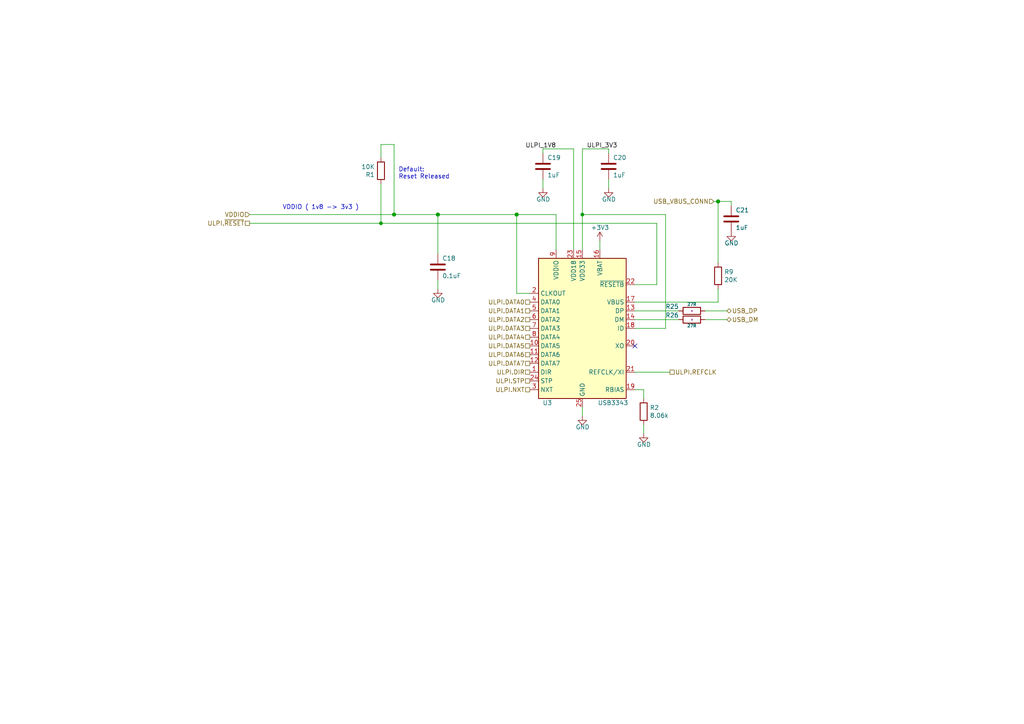
<source format=kicad_sch>
(kicad_sch (version 20231120) (generator "eeschema") (generator_version "8.0")
  (paper "A4")
  (lib_symbols
    (symbol "Device:C" (pin_numbers hide) (pin_names (offset 0.254))
      (property "Reference" "C" (at 0.635 2.54 0))
      (property "Value" "C" (at 0.635 -2.54 0))
      (symbol "C_0_1"
        (polyline (pts (xy -2.032 -0.762) (xy 2.032 -0.762)) (stroke (width 0.508)))
        (polyline (pts (xy -2.032 0.762) (xy 2.032 0.762)) (stroke (width 0.508)))
      )
      (symbol "C_1_1"
        (pin passive line (at 0 3.81 270) (length 2.794) (name "~") (number "1"))
        (pin passive line (at 0 -3.81 90) (length 2.794) (name "~") (number "2"))
      )
    )
    (symbol "Device:R" (pin_numbers hide) (pin_names (offset 0))
      (property "Reference" "R" (at 2.032 0 90))
      (property "Value" "R" (at 0 0 90))
      (symbol "R_0_1"
        (rectangle (start -1.016 -2.54) (end 1.016 2.54) (stroke (width 0.254)))
      )
      (symbol "R_1_1"
        (pin passive line (at 0 3.81 270) (length 1.27) (name "~") (number "1"))
        (pin passive line (at 0 -3.81 90) (length 1.27) (name "~") (number "2"))
      )
    )
    (symbol "Interface_USB:USB3343"
      (property "Reference" "U" (at 0 2.54 0))
      (property "Value" "USB3343" (at 0 0 0))
      (symbol "USB3343_0_1"
        (rectangle (start -12.7 20.32) (end 12.7 -20.32) (stroke (width 0.254)) (fill (type background)))
      )
      (symbol "USB3343_1_1"
        (pin output line (at 15.24 -12.7 180) (length 2.54) (name "DIR") (number "1"))
        (pin bidirectional line (at 15.24 -5.08 180) (length 2.54) (name "DATA5") (number "10"))
        (pin bidirectional line (at 15.24 -7.62 180) (length 2.54) (name "DATA6") (number "11"))
        (pin bidirectional line (at 15.24 -10.16 180) (length 2.54) (name "DATA7") (number "12"))
        (pin bidirectional line (at -15.24 5.08 0) (length 2.54) (name "DP") (number "13"))
        (pin bidirectional line (at -15.24 2.54 0) (length 2.54) (name "DM") (number "14"))
        (pin power_out line (at 0 22.86 270) (length 2.54) (name "VDD33") (number "15"))
        (pin power_in line (at -5.08 22.86 270) (length 2.54) (name "VBAT") (number "16"))
        (pin input line (at -15.24 7.62 0) (length 2.54) (name "VBUS") (number "17"))
        (pin input line (at -15.24 0 0) (length 2.54) (name "ID") (number "18"))
        (pin passive line (at -15.24 -17.78 0) (length 2.54) (name "RBIAS") (number "19"))
        (pin output line (at 15.24 10.16 180) (length 2.54) (name "CLKOUT") (number "2"))
        (pin output line (at -15.24 -5.08 0) (length 2.54) (name "XO") (number "20"))
        (pin input line (at -15.24 -12.7 0) (length 2.54) (name "REFCLK/XI") (number "21"))
        (pin input line (at -15.24 12.7 0) (length 2.54) (name "~{RESETB}") (number "22"))
        (pin power_out line (at 2.54 22.86 270) (length 2.54) (name "VDD18") (number "23"))
        (pin input line (at 15.24 -15.24 180) (length 2.54) (name "STP") (number "24"))
        (pin power_in line (at 0 -22.86 90) (length 2.54) (name "GND") (number "25"))
        (pin output line (at 15.24 -17.78 180) (length 2.54) (name "NXT") (number "3"))
        (pin bidirectional line (at 15.24 7.62 180) (length 2.54) (name "DATA0") (number "4"))
        (pin bidirectional line (at 15.24 5.08 180) (length 2.54) (name "DATA1") (number "5"))
        (pin bidirectional line (at 15.24 2.54 180) (length 2.54) (name "DATA2") (number "6"))
        (pin bidirectional line (at 15.24 0 180) (length 2.54) (name "DATA3") (number "7"))
        (pin bidirectional line (at 15.24 -2.54 180) (length 2.54) (name "DATA4") (number "8"))
        (pin power_in line (at 7.62 22.86 270) (length 2.54) (name "VDDIO") (number "9"))
      )
    )
    (symbol "OLIMEX_RCL:R" (pin_numbers hide) (pin_names (offset 0))
      (property "Reference" "R" (at 0 2.032 0))
      (property "Value" "R" (at 0 0 0))
      (symbol "R_0_1"
        (rectangle (start 2.54 -1.016) (end -2.54 1.016) (stroke (width 0.254)))
      )
      (symbol "R_1_1"
        (pin passive line (at -3.81 0 0) (length 1.27) (name "~") (number "1"))
        (pin passive line (at 3.81 0 180) (length 1.27) (name "~") (number "2"))
      )
    )
    (symbol "power:+3V3" (power) (pin_names (offset 0))
      (property "Value" "+3V3" (at 0 3.556 0))
      (symbol "+3V3_0_1"
        (polyline (pts (xy -0.762 1.27) (xy 0 2.54)))
        (polyline (pts (xy 0 0) (xy 0 2.54)))
        (polyline (pts (xy 0 2.54) (xy 0.762 1.27)))
      )
      (symbol "+3V3_1_1"
        (pin power_in line (at 0 0 90) (length 0) hide (name "+3V3") (number "1"))
      )
    )
    (symbol "power:GND" (power) (pin_names (offset 0))
      (property "Value" "GND" (at 0 -3.81 0))
      (symbol "GND_0_1"
        (polyline (pts (xy 0 0) (xy 0 -1.27) (xy 1.27 -1.27) (xy 0 -2.54) (xy -1.27 -1.27) (xy 0 -1.27)))
      )
      (symbol "GND_1_1"
        (pin power_in line (at 0 0 270) (length 0) hide (name "GND") (number "1"))
      )
    )
  )
  (junction (at 149.86 62.23) (diameter 1.016))
  (junction (at 114.3 62.23) (diameter 1.016))
  (junction (at 208.28 58.42) (diameter 1.016))
  (junction (at 127 62.23) (diameter 1.016))
  (junction (at 110.49 64.77))
  (junction (at 168.91 62.23))
  (no_connect (at 184.15 100.33))
  (wire (pts (xy 110.49 53.34) (xy 110.49 64.77)))
  (wire (pts (xy 114.3 62.23) (xy 127 62.23)))
  (wire (pts (xy 207.01 58.42) (xy 208.28 58.42)))
  (wire (pts (xy 127 62.23) (xy 127 73.66)))
  (wire (pts (xy 168.91 62.23) (xy 168.91 72.39)))
  (wire (pts (xy 184.15 107.95) (xy 194.31 107.95)))
  (wire (pts (xy 193.04 62.23) (xy 168.91 62.23)))
  (wire (pts (xy 184.15 87.63) (xy 208.28 87.63)))
  (wire (pts (xy 157.48 43.18) (xy 157.48 44.45)))
  (wire (pts (xy 204.47 92.71) (xy 210.82 92.71)))
  (wire (pts (xy 184.15 82.55) (xy 190.5 82.55)))
  (wire (pts (xy 114.3 41.91) (xy 114.3 62.23)))
  (wire (pts (xy 190.5 64.77) (xy 190.5 82.55)))
  (wire (pts (xy 208.28 58.42) (xy 212.09 58.42)))
  (wire (pts (xy 208.28 58.42) (xy 208.28 76.2)))
  (wire (pts (xy 186.69 123.19) (xy 186.69 125.73)))
  (wire (pts (xy 208.28 87.63) (xy 208.28 83.82)))
  (wire (pts (xy 127 83.82) (xy 127 81.28)))
  (wire (pts (xy 153.67 85.09) (xy 149.86 85.09)))
  (wire (pts (xy 72.39 64.77) (xy 110.49 64.77)))
  (wire (pts (xy 186.69 115.57) (xy 186.69 113.03)))
  (wire (pts (xy 176.53 43.18) (xy 168.91 43.18)))
  (wire (pts (xy 186.69 113.03) (xy 184.15 113.03)))
  (wire (pts (xy 149.86 62.23) (xy 149.86 85.09)))
  (wire (pts (xy 166.37 43.18) (xy 166.37 72.39)))
  (wire (pts (xy 193.04 95.25) (xy 193.04 62.23)))
  (wire (pts (xy 127 62.23) (xy 149.86 62.23)))
  (wire (pts (xy 184.15 92.71) (xy 196.85 92.71)))
  (wire (pts (xy 168.91 43.18) (xy 168.91 62.23)))
  (wire (pts (xy 204.47 90.17) (xy 210.82 90.17)))
  (wire (pts (xy 176.53 43.18) (xy 176.53 44.45)))
  (wire (pts (xy 166.37 43.18) (xy 157.48 43.18)))
  (wire (pts (xy 149.86 62.23) (xy 161.29 62.23)))
  (wire (pts (xy 173.99 69.85) (xy 173.99 72.39)))
  (wire (pts (xy 110.49 64.77) (xy 190.5 64.77)))
  (wire (pts (xy 157.48 54.61) (xy 157.48 52.07)))
  (wire (pts (xy 161.29 72.39) (xy 161.29 62.23)))
  (wire (pts (xy 72.39 62.23) (xy 114.3 62.23)))
  (wire (pts (xy 184.15 95.25) (xy 193.04 95.25)))
  (wire (pts (xy 110.49 41.91) (xy 114.3 41.91)))
  (wire (pts (xy 184.15 90.17) (xy 196.85 90.17)))
  (wire (pts (xy 176.53 54.61) (xy 176.53 52.07)))
  (wire (pts (xy 168.91 118.11) (xy 168.91 120.65)))
  (wire (pts (xy 110.49 45.72) (xy 110.49 41.91)))
  (wire (pts (xy 212.09 58.42) (xy 212.09 59.69)))
  (text "VDDIO ( 1v8 -> 3v3 )" (at 104.14 60.96 0) (effects (font (size 1.27 1.27)) (justify right bottom)))
  (text "Default: \nReset Released" (at 115.57 52.07 0) (effects (font (size 1.27 1.27)) (justify left bottom)))
  (label "ULPI_3V3" (at 170.18 43.18 0))
  (label "ULPI_1V8" (at 161.29 43.18 180))
  (hierarchical_label "USB_DP" (shape bidirectional) (at 210.82 90.17 0))
  (hierarchical_label "ULPI.STP" (shape passive) (at 153.67 110.49 180))
  (hierarchical_label "USB_DM" (shape bidirectional) (at 210.82 92.71 0))
  (hierarchical_label "ULPI.DATA0" (shape passive) (at 153.67 87.63 180))
  (hierarchical_label "ULPI.DATA3" (shape passive) (at 153.67 95.25 180))
  (hierarchical_label "ULPI.DATA7" (shape passive) (at 153.67 105.41 180))
  (hierarchical_label "ULPI.NXT" (shape passive) (at 153.67 113.03 180))
  (hierarchical_label "USB_VBUS_CONN" (shape input) (at 207.01 58.42 180))
  (hierarchical_label "ULPI.DATA1" (shape passive) (at 153.67 90.17 180))
  (hierarchical_label "ULPI.DIR" (shape passive) (at 153.67 107.95 180))
  (hierarchical_label "ULPI.DATA2" (shape passive) (at 153.67 92.71 180))
  (hierarchical_label "ULPI.REFCLK" (shape passive) (at 194.31 107.95 0))
  (hierarchical_label "ULPI.DATA6" (shape passive) (at 153.67 102.87 180))
  (hierarchical_label "ULPI.DATA5" (shape passive) (at 153.67 100.33 180))
  (hierarchical_label "ULPI.~{RESET}" (shape passive) (at 72.39 64.77 180))
  (hierarchical_label "VDDIO" (shape input) (at 72.39 62.23 180))
  (hierarchical_label "ULPI.DATA4" (shape passive) (at 153.67 97.79 180))
  (symbol (lib_id "power:GND") (at 157.48 54.61 0) (unit 1)
    (property "Reference" "#PWR03" (effects (hide yes)))
    (property "Value" "GND" (at 157.5562 57.8104 0))
  )
  (symbol (lib_id "power:GND") (at 176.53 54.61 0) (unit 1)
    (property "Reference" "#PWR012" (effects (hide yes)))
    (property "Value" "GND" (at 176.6062 57.8104 0))
  )
  (symbol (lib_id "Device:C") (at 176.53 48.26 0) (unit 1)
    (property "Reference" "C20" (at 177.8 45.72 0) (effects (justify left)))
    (property "Value" "1uF" (at 177.8 50.8 0) (effects (justify left)))
    (property "Footprint" "Capacitor_SMD:C_0402_1005Metric" (effects (hide yes)))
    (property "Mfg" "Yageo" (effects (hide yes)))
    (property "PN" "CC0402KRX5R6BB105" (effects (hide yes)))
    (property "lcsc#" "C52923" (effects (hide yes)))
  )
  (symbol (lib_id "Interface_USB:USB3343") (at 168.91 95.25 0) (mirror y) (unit 1)
    (property "Reference" "U3" (at 158.75 116.84 0))
    (property "Value" "USB3343" (at 177.8 116.84 0))
    (property "Footprint" "Package_DFN_QFN:QFN-24-1EP_4x4mm_P0.5mm_EP2.6x2.6mm" (effects (hide yes)))
    (property "Datasheet" "http://ww1.microchip.com/downloads/en/DeviceDoc/334x.pdf" (effects (hide yes)))
    (property "Mfg" "Microchip Technology" (effects (hide yes)))
    (property "PN" "USB3343-CP" (effects (hide yes)))
    (property "lcsc#" "C633347" (effects (hide yes)))
  )
  (symbol (lib_id "Device:R") (at 110.49 49.53 0) (unit 1)
    (property "Reference" "R1" (at 108.712 50.673 0) (effects (justify right)))
    (property "Value" "10K" (at 108.712 48.387 0) (effects (justify right)))
    (property "Footprint" "Resistor_SMD:R_0402_1005Metric" (effects (hide yes)))
    (property "Mfg" "Yageo" (effects (hide yes)))
    (property "PN" "RC0402FR-0710KL" (effects (hide yes)))
    (property "lcsc#" "C25744" (effects (hide yes)))
  )
  (symbol (lib_id "OLIMEX_RCL:R") (at 200.66 90.17 0) (unit 1) (exclude_from_sim yes)
    (property "Reference" "R25" (at 194.945 88.9 0))
    (property "Value" "27R" (at 200.66 88.265 0) (effects (font (size 0.889 0.889))))
    (property "Footprint" "Resistor_SMD:R_0402_1005Metric" (effects (hide yes)))
    (property "Datasheet" "~" (at 200.66 90.17 90) (effects (font (size 0.762 0.762))))
    (property "Fieldname 1" "Value 1" (effects (hide yes)))
    (property "Fieldname2" "Value2" (effects (hide yes)))
    (property "Fieldname3" "Value3" (effects (hide yes)))
    (property "lcsc#" "C138021" (effects (hide yes)))
  )
  (symbol (lib_id "Device:R") (at 208.28 80.01 180) (unit 1)
    (property "Reference" "R9" (at 210.058 78.867 0) (effects (justify right)))
    (property "Value" "20K" (at 210.058 81.153 0) (effects (justify right)))
    (property "Footprint" "Resistor_SMD:R_0402_1005Metric" (effects (hide yes)))
    (property "Mfg" "Yageo" (effects (hide yes)))
    (property "PN" "RC0402FR-0720KL" (effects (hide yes)))
    (property "lcsc#" "C25765" (effects (hide yes)))
  )
  (symbol (lib_id "Device:C") (at 212.09 63.5 0) (unit 1)
    (property "Reference" "C21" (at 213.36 60.96 0) (effects (justify left)))
    (property "Value" "1uF" (at 213.36 66.04 0) (effects (justify left)))
    (property "Footprint" "Capacitor_SMD:C_0402_1005Metric" (effects (hide yes)))
    (property "Mfg" "Yageo" (effects (hide yes)))
    (property "PN" "CC0402KRX5R6BB105" (effects (hide yes)))
    (property "lcsc#" "C52923" (effects (hide yes)))
  )
  (symbol (lib_id "power:GND") (at 212.09 67.31 0) (unit 1)
    (property "Reference" "#PWR014" (effects (hide yes)))
    (property "Value" "GND" (at 212.1662 70.5104 0))
  )
  (symbol (lib_id "power:+3V3") (at 173.99 69.85 0) (unit 1)
    (property "Reference" "#PWR011" (effects (hide yes)))
    (property "Value" "+3V3" (at 174.0281 66.0082 0))
  )
  (symbol (lib_id "Device:C") (at 127 77.47 0) (unit 1)
    (property "Reference" "C18" (at 128.27 74.93 0) (effects (justify left)))
    (property "Value" "0.1uF" (at 128.27 80.01 0) (effects (justify left)))
    (property "Footprint" "Capacitor_SMD:C_0402_1005Metric" (effects (hide yes)))
    (property "Mfg" "Yageo" (effects (hide yes)))
    (property "PN" "CC0402KRX5R6BB104" (effects (hide yes)))
    (property "Tol" "10V / X5R" (effects (hide yes)))
    (property "lcsc#" " C307331" (effects (hide yes)))
  )
  (symbol (lib_id "power:GND") (at 186.69 125.73 0) (unit 1)
    (property "Reference" "#PWR013" (effects (hide yes)))
    (property "Value" "GND" (at 186.7662 128.9304 0))
  )
  (symbol (lib_id "Device:C") (at 157.48 48.26 0) (unit 1)
    (property "Reference" "C19" (at 158.75 45.72 0) (effects (justify left)))
    (property "Value" "1uF" (at 158.75 50.8 0) (effects (justify left)))
    (property "Footprint" "Capacitor_SMD:C_0402_1005Metric" (effects (hide yes)))
    (property "Mfg" "Yageo" (effects (hide yes)))
    (property "PN" "CC0402KRX5R6BB105" (effects (hide yes)))
    (property "lcsc#" "C52923" (effects (hide yes)))
  )
  (symbol (lib_id "Device:R") (at 186.69 119.38 180) (unit 1)
    (property "Reference" "R2" (at 188.468 118.237 0) (effects (justify right)))
    (property "Value" "8.06k" (at 188.468 120.523 0) (effects (justify right)))
    (property "Footprint" "Resistor_SMD:R_0402_1005Metric" (effects (hide yes)))
    (property "Mfg" "Yageo" (effects (hide yes)))
    (property "PN" "RC0402FR-078K06L" (effects (hide yes)))
    (property "lcsc#" "C276278" (effects (hide yes)))
  )
  (symbol (lib_id "power:GND") (at 168.91 120.65 0) (unit 1)
    (property "Reference" "#PWR04" (effects (hide yes)))
    (property "Value" "GND" (at 168.9862 123.8504 0))
  )
  (symbol (lib_id "power:GND") (at 127 83.82 0) (unit 1)
    (property "Reference" "#PWR02" (effects (hide yes)))
    (property "Value" "GND" (at 127.0762 87.0204 0))
  )
  (symbol (lib_id "OLIMEX_RCL:R") (at 200.66 92.71 0) (unit 1) (exclude_from_sim yes)
    (property "Reference" "R26" (at 194.945 91.44 0))
    (property "Value" "27R" (at 200.66 94.488 0) (effects (font (size 0.889 0.889))))
    (property "Footprint" "Resistor_SMD:R_0402_1005Metric" (effects (hide yes)))
    (property "Datasheet" "~" (at 200.66 92.71 90) (effects (font (size 0.762 0.762))))
    (property "Fieldname 1" "Value 1" (effects (hide yes)))
    (property "Fieldname2" "Value2" (effects (hide yes)))
    (property "Fieldname3" "Value3" (effects (hide yes)))
    (property "lcsc#" "C138021" (effects (hide yes)))
  )
)
</source>
